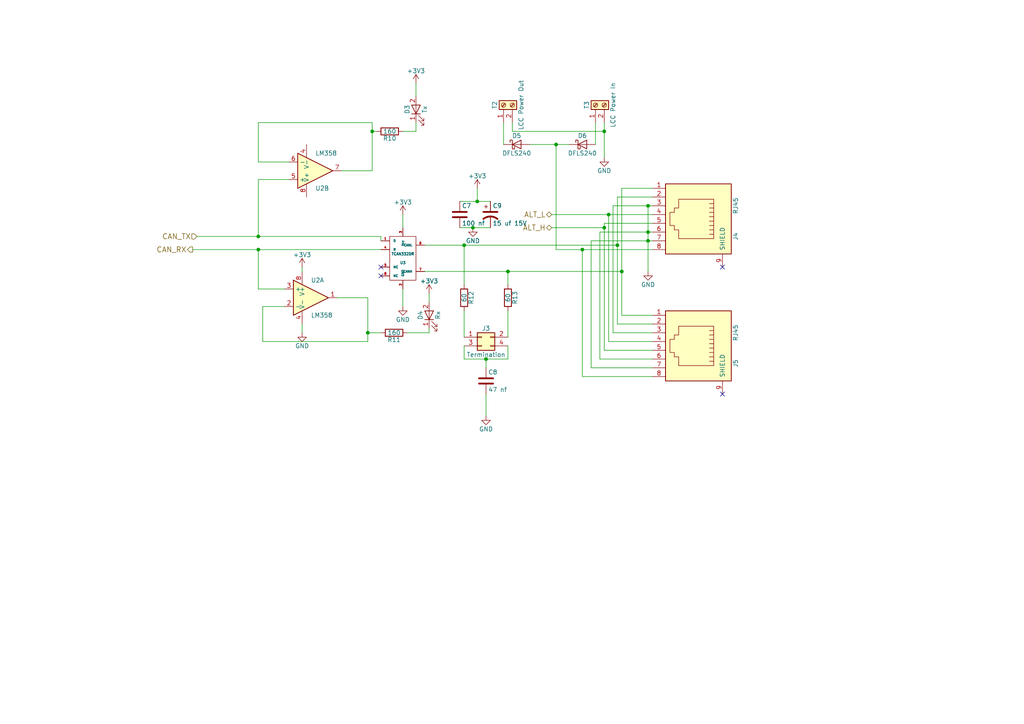
<source format=kicad_sch>
(kicad_sch (version 20211123) (generator eeschema)
  (paper "A4")
  (title_block (title "Pocket Beagle DCC Command Station (SMD version)") (date "2021-04-09") (rev "A") (company "Deepwoods Software") (comment 1 "CAN Transceiver"))
  (lib_symbols
    (symbol "PocketBeagleCommandStation_SMD-rescue:+3.3V" (power) (pin_names (offset 0))
      (property "Value" "+3.3V" (at 0 3.556 0))
      (symbol "+3.3V_0_1"
        (polyline (pts (xy -0.762 1.27) (xy 0 2.54)))
        (polyline (pts (xy 0 0) (xy 0 2.54)))
        (polyline (pts (xy 0 2.54) (xy 0.762 1.27)))
      )
      (symbol "+3.3V_1_1"
        (pin power_in line (at 0 0 90) (length 0) hide (name "+3V3") (number "1"))
      )
    )
    (symbol "PocketBeagleCommandStation_SMD-rescue:C" (pin_numbers hide) (pin_names (offset 0.254))
      (property "Reference" "C" (at 0.635 2.54 0))
      (property "Value" "C" (at 0.635 -2.54 0))
      (symbol "C_0_1"
        (polyline (pts (xy -2.032 -0.762) (xy 2.032 -0.762)) (stroke (width 0.508)))
        (polyline (pts (xy -2.032 0.762) (xy 2.032 0.762)) (stroke (width 0.508)))
      )
      (symbol "C_1_1"
        (pin passive line (at 0 3.81 270) (length 2.794) (name "~") (number "1"))
        (pin passive line (at 0 -3.81 90) (length 2.794) (name "~") (number "2"))
      )
    )
    (symbol "PocketBeagleCommandStation_SMD-rescue:CP1" (pin_numbers hide) (pin_names (offset 0.254) hide)
      (property "Reference" "C" (at 0.635 2.54 0))
      (property "Value" "CP1" (at 0.635 -2.54 0))
      (symbol "CP1_0_1"
        (polyline (pts (xy -2.032 0.762) (xy 2.032 0.762)) (stroke (width 0.508)))
        (polyline (pts (xy -1.778 2.286) (xy -0.762 2.286)))
        (polyline (pts (xy -1.27 1.778) (xy -1.27 2.794)))
        (arc (start 2.032 -1.27) (mid 0 -0.5572) (end -2.032 -1.27) (stroke (width 0.508)))
      )
      (symbol "CP1_1_1"
        (pin passive line (at 0 3.81 270) (length 2.794) (name "~") (number "1"))
        (pin passive line (at 0 -3.81 90) (length 3.302) (name "~") (number "2"))
      )
    )
    (symbol "PocketBeagleCommandStation_SMD-rescue:Conn_02x02_Odd_Even" (pin_names (offset 1.016) hide)
      (property "Reference" "J" (at 1.27 2.54 0))
      (property "Value" "Conn_02x02_Odd_Even" (at 1.27 -5.08 0))
      (symbol "Conn_02x02_Odd_Even_1_1"
        (rectangle (start -1.27 -2.413) (end 0 -2.667) (stroke (width 0.1524)))
        (rectangle (start -1.27 0.127) (end 0 -0.127) (stroke (width 0.1524)))
        (rectangle (start -1.27 1.27) (end 3.81 -3.81) (stroke (width 0.254)) (fill (type background)))
        (rectangle (start 3.81 -2.413) (end 2.54 -2.667) (stroke (width 0.1524)))
        (rectangle (start 3.81 0.127) (end 2.54 -0.127) (stroke (width 0.1524)))
        (pin passive line (at -5.08 0 0) (length 3.81) (name "Pin_1") (number "1"))
        (pin passive line (at 7.62 0 180) (length 3.81) (name "Pin_2") (number "2"))
        (pin passive line (at -5.08 -2.54 0) (length 3.81) (name "Pin_3") (number "3"))
        (pin passive line (at 7.62 -2.54 180) (length 3.81) (name "Pin_4") (number "4"))
      )
    )
    (symbol "PocketBeagleCommandStation_SMD-rescue:D_Schottky" (pin_numbers hide) (pin_names (offset 1.016) hide)
      (property "Reference" "D" (at 0 2.54 0))
      (property "Value" "D_Schottky" (at 0 -2.54 0))
      (symbol "D_Schottky_0_1"
        (polyline (pts (xy 1.27 0) (xy -1.27 0)))
        (polyline (pts (xy 1.27 1.27) (xy 1.27 -1.27) (xy -1.27 0) (xy 1.27 1.27)) (stroke (width 0.2032)))
        (polyline (pts (xy -1.905 0.635) (xy -1.905 1.27) (xy -1.27 1.27) (xy -1.27 -1.27) (xy -0.635 -1.27) (xy -0.635 -0.635)) (stroke (width 0.2032)))
      )
      (symbol "D_Schottky_1_1"
        (pin passive line (at -3.81 0 0) (length 2.54) (name "K") (number "1"))
        (pin passive line (at 3.81 0 180) (length 2.54) (name "A") (number "2"))
      )
    )
    (symbol "PocketBeagleCommandStation_SMD-rescue:GND" (power) (pin_names (offset 0))
      (property "Value" "GND" (at 0 -3.81 0))
      (symbol "GND_0_1"
        (polyline (pts (xy 0 0) (xy 0 -1.27) (xy 1.27 -1.27) (xy 0 -2.54) (xy -1.27 -1.27) (xy 0 -1.27)))
      )
      (symbol "GND_1_1"
        (pin power_in line (at 0 0 270) (length 0) hide (name "GND") (number "1"))
      )
    )
    (symbol "PocketBeagleCommandStation_SMD-rescue:LED" (pin_names (offset 1.016) hide)
      (property "Reference" "D" (at 0 2.54 0))
      (property "Value" "LED" (at 0 -2.54 0))
      (symbol "LED_0_1"
        (polyline (pts (xy -1.27 -1.27) (xy -1.27 1.27)) (stroke (width 0.2032)))
        (polyline (pts (xy -1.27 0) (xy 1.27 0)))
        (polyline (pts (xy 1.27 -1.27) (xy 1.27 1.27) (xy -1.27 0) (xy 1.27 -1.27)) (stroke (width 0.2032)))
        (polyline (pts (xy -3.048 -0.762) (xy -4.572 -2.286) (xy -3.81 -2.286) (xy -4.572 -2.286) (xy -4.572 -1.524)))
        (polyline (pts (xy -1.778 -0.762) (xy -3.302 -2.286) (xy -2.54 -2.286) (xy -3.302 -2.286) (xy -3.302 -1.524)))
      )
      (symbol "LED_1_1"
        (pin passive line (at -3.81 0 0) (length 2.54) (name "K") (number "1"))
        (pin passive line (at 3.81 0 180) (length 2.54) (name "A") (number "2"))
      )
    )
    (symbol "PocketBeagleCommandStation_SMD-rescue:LM358"
      (property "Reference" "U" (at 0 5.08 0))
      (property "Value" "LM358" (at 0 -5.08 0))
      (symbol "LM358_0_1"
        (polyline (pts (xy -5.08 5.08) (xy 5.08 0) (xy -5.08 -5.08) (xy -5.08 5.08)) (stroke (width 0.254)) (fill (type background)))
        (pin power_in line (at -2.54 -7.62 90) (length 3.81) (name "V-") (number "4"))
        (pin power_in line (at -2.54 7.62 270) (length 3.81) (name "V+") (number "8"))
      )
      (symbol "LM358_1_1"
        (pin output line (at 7.62 0 180) (length 2.54) (name "~") (number "1"))
        (pin input line (at -7.62 -2.54 0) (length 2.54) (name "-") (number "2"))
        (pin input line (at -7.62 2.54 0) (length 2.54) (name "+") (number "3"))
      )
      (symbol "LM358_2_1"
        (pin input line (at -7.62 2.54 0) (length 2.54) (name "+") (number "5"))
        (pin input line (at -7.62 -2.54 0) (length 2.54) (name "-") (number "6"))
        (pin output line (at 7.62 0 180) (length 2.54) (name "~") (number "7"))
      )
    )
    (symbol "PocketBeagleCommandStation_SMD-rescue:R" (pin_numbers hide) (pin_names (offset 0))
      (property "Reference" "R" (at 2.032 0 90))
      (property "Value" "R" (at 0 0 90))
      (symbol "R_0_1"
        (rectangle (start -1.016 -2.54) (end 1.016 2.54) (stroke (width 0.254)))
      )
      (symbol "R_1_1"
        (pin passive line (at 0 3.81 270) (length 1.27) (name "~") (number "1"))
        (pin passive line (at 0 -3.81 90) (length 1.27) (name "~") (number "2"))
      )
    )
    (symbol "PocketBeagleCommandStation_SMD-rescue:RJ45" (pin_names (offset 1.016))
      (property "Reference" "J" (at 5.08 12.7 0))
      (property "Value" "RJ45" (at -3.81 12.7 0))
      (symbol "RJ45_0_1"
        (rectangle (start -10.16 -7.62) (end 10.16 11.43) (stroke (width 0.254)) (fill (type background)))
        (polyline (pts (xy -4.445 5.08) (xy -4.445 6.35) (xy -4.445 6.35)))
        (polyline (pts (xy -3.175 6.35) (xy -3.175 5.08) (xy -3.175 5.08)))
        (polyline (pts (xy -1.905 6.35) (xy -1.905 5.08) (xy -1.905 5.08)))
        (polyline (pts (xy -0.635 6.35) (xy -0.635 5.08) (xy -0.635 5.08)))
        (polyline (pts (xy 0.635 6.35) (xy 0.635 5.08) (xy 0.635 5.08)))
        (polyline (pts (xy 1.905 6.35) (xy 1.905 5.08) (xy 1.905 5.08)))
        (polyline (pts (xy 3.175 5.08) (xy 3.175 6.35) (xy 3.175 6.35)))
        (polyline (pts (xy 4.445 5.08) (xy 4.445 6.35) (xy 4.445 6.35)))
        (polyline (pts (xy -5.715 6.35) (xy 5.715 6.35) (xy 5.715 -3.81) (xy 3.175 -3.81) (xy 3.175 -5.08) (xy 1.905 -5.08) (xy 1.905 -6.35) (xy -1.905 -6.35) (xy -1.905 -5.08) (xy -3.175 -5.08) (xy -3.175 -3.81) (xy -5.715 -3.81) (xy -5.715 6.35) (xy -5.715 6.35)))
      )
      (symbol "RJ45_1_1"
        (pin passive line (at -8.89 -11.43 90) (length 3.81) (name "~") (number "1"))
        (pin passive line (at -6.35 -11.43 90) (length 3.81) (name "~") (number "2"))
        (pin passive line (at -3.81 -11.43 90) (length 3.81) (name "~") (number "3"))
        (pin passive line (at -1.27 -11.43 90) (length 3.81) (name "~") (number "4"))
        (pin passive line (at 1.27 -11.43 90) (length 3.81) (name "~") (number "5"))
        (pin passive line (at 3.81 -11.43 90) (length 3.81) (name "~") (number "6"))
        (pin passive line (at 6.35 -11.43 90) (length 3.81) (name "~") (number "7"))
        (pin passive line (at 8.89 -11.43 90) (length 3.81) (name "~") (number "8"))
        (pin passive line (at 13.97 8.89 180) (length 3.81) (name "SHIELD") (number "9"))
      )
    )
    (symbol "PocketBeagleCommandStation_SMD-rescue:Screw_Terminal_01x02" (pin_names (offset 1.016) hide)
      (property "Reference" "J" (at 0 2.54 0))
      (property "Value" "Screw_Terminal_01x02" (at 0 -5.08 0))
      (symbol "Screw_Terminal_01x02_1_1"
        (rectangle (start -1.27 1.27) (end 1.27 -3.81) (stroke (width 0.254)) (fill (type background)))
        (circle (center 0 -2.54) (radius 0.635) (stroke (width 0.1524)))
        (polyline (pts (xy -0.5334 -2.2098) (xy 0.3302 -3.048)) (stroke (width 0.1524)))
        (polyline (pts (xy -0.5334 0.3302) (xy 0.3302 -0.508)) (stroke (width 0.1524)))
        (polyline (pts (xy -0.3556 -2.032) (xy 0.508 -2.8702)) (stroke (width 0.1524)))
        (polyline (pts (xy -0.3556 0.508) (xy 0.508 -0.3302)) (stroke (width 0.1524)))
        (circle (center 0 0) (radius 0.635) (stroke (width 0.1524)))
        (pin passive line (at -5.08 0 0) (length 3.81) (name "Pin_1") (number "1"))
        (pin passive line (at -5.08 -2.54 0) (length 3.81) (name "Pin_2") (number "2"))
      )
    )
    (symbol "PocketBeagleCommandStation_SMD-rescue:TCAN332DR" (pin_names (offset 1.016))
      (property "Reference" "U" (at 0 -1.27 0))
      (property "Value" "TCAN332DR" (at 0 1.27 0))
      (symbol "TCAN332DR_0_1"
        (rectangle (start -3.81 6.35) (end 3.81 -6.35))
      )
      (symbol "TCAN332DR_1_1"
        (pin input line (at -6.35 5.08 0) (length 2.54) (name "D") (number "1"))
        (pin power_in line (at 0 -8.89 90) (length 2.54) (name "GND") (number "2"))
        (pin power_in line (at 0 8.89 270) (length 2.54) (name "Vcc") (number "3"))
        (pin output line (at -6.35 2.54 0) (length 2.54) (name "R") (number "4"))
        (pin input line (at -6.35 -2.54 0) (length 2.54) (name "NC") (number "5"))
        (pin bidirectional line (at 6.35 3.81 180) (length 2.54) (name "CANL") (number "6"))
        (pin bidirectional line (at 6.35 -3.81 180) (length 2.54) (name "CANH") (number "7"))
        (pin input line (at -6.35 -5.08 0) (length 2.54) (name "NC") (number "8"))
      )
    )
  )
  (junction (at 187.96 69.85))
  (junction (at 168.91 72.39))
  (junction (at 176.53 62.23))
  (junction (at 74.93 72.39))
  (junction (at 74.93 68.58))
  (junction (at 161.29 41.91))
  (junction (at 187.96 59.69))
  (junction (at 175.26 38.1))
  (junction (at 179.07 71.12))
  (junction (at 107.95 38.1))
  (junction (at 180.34 78.74))
  (junction (at 138.43 58.42))
  (junction (at 140.97 104.14))
  (junction (at 134.62 71.12))
  (junction (at 175.26 66.04))
  (junction (at 137.16 66.04))
  (junction (at 106.68 96.52))
  (junction (at 147.32 78.74))
  (junction (at 187.96 67.31))
  (no_connect (at 110.49 77.47))
  (no_connect (at 209.55 114.3))
  (no_connect (at 209.55 77.47))
  (no_connect (at 110.49 80.01))
  (wire (pts (xy 138.43 54.61) (xy 138.43 58.42)))
  (wire (pts (xy 175.26 64.77) (xy 189.23 64.77)))
  (wire (pts (xy 147.32 82.55) (xy 147.32 78.74)))
  (wire (pts (xy 161.29 72.39) (xy 161.29 41.91)))
  (wire (pts (xy 120.65 35.56) (xy 120.65 38.1)))
  (wire (pts (xy 106.68 86.36) (xy 97.79 86.36)))
  (wire (pts (xy 147.32 78.74) (xy 180.34 78.74)))
  (wire (pts (xy 57.15 68.58) (xy 74.93 68.58)))
  (wire (pts (xy 187.96 59.69) (xy 187.96 67.31)))
  (wire (pts (xy 83.82 52.07) (xy 74.93 52.07)))
  (wire (pts (xy 168.91 109.22) (xy 168.91 72.39)))
  (wire (pts (xy 82.55 88.9) (xy 76.2 88.9)))
  (wire (pts (xy 179.07 57.15) (xy 189.23 57.15)))
  (wire (pts (xy 168.91 109.22) (xy 189.23 109.22)))
  (wire (pts (xy 138.43 58.42) (xy 142.24 58.42)))
  (wire (pts (xy 171.45 69.85) (xy 187.96 69.85)))
  (wire (pts (xy 116.84 62.23) (xy 116.84 66.04)))
  (wire (pts (xy 189.23 104.14) (xy 173.99 104.14)))
  (wire (pts (xy 175.26 35.56) (xy 175.26 38.1)))
  (wire (pts (xy 147.32 104.14) (xy 147.32 100.33)))
  (wire (pts (xy 180.34 91.44) (xy 189.23 91.44)))
  (wire (pts (xy 148.59 35.56) (xy 148.59 38.1)))
  (wire (pts (xy 134.62 104.14) (xy 140.97 104.14)))
  (wire (pts (xy 189.23 96.52) (xy 177.8 96.52)))
  (wire (pts (xy 82.55 83.82) (xy 74.93 83.82)))
  (wire (pts (xy 76.2 88.9) (xy 76.2 99.06)))
  (wire (pts (xy 173.99 67.31) (xy 187.96 67.31)))
  (wire (pts (xy 160.02 62.23) (xy 176.53 62.23)))
  (wire (pts (xy 175.26 38.1) (xy 175.26 45.72)))
  (wire (pts (xy 187.96 69.85) (xy 189.23 69.85)))
  (wire (pts (xy 74.93 72.39) (xy 110.49 72.39)))
  (wire (pts (xy 134.62 90.17) (xy 134.62 97.79)))
  (wire (pts (xy 106.68 99.06) (xy 106.68 96.52)))
  (wire (pts (xy 107.95 49.53) (xy 99.06 49.53)))
  (wire (pts (xy 137.16 66.04) (xy 142.24 66.04)))
  (wire (pts (xy 83.82 46.99) (xy 74.93 46.99)))
  (wire (pts (xy 74.93 83.82) (xy 74.93 72.39)))
  (wire (pts (xy 140.97 106.68) (xy 140.97 104.14)))
  (wire (pts (xy 74.93 35.56) (xy 107.95 35.56)))
  (wire (pts (xy 180.34 78.74) (xy 180.34 91.44)))
  (wire (pts (xy 120.65 38.1) (xy 116.84 38.1)))
  (wire (pts (xy 55.88 72.39) (xy 74.93 72.39)))
  (wire (pts (xy 177.8 59.69) (xy 187.96 59.69)))
  (wire (pts (xy 179.07 71.12) (xy 179.07 93.98)))
  (wire (pts (xy 124.46 96.52) (xy 118.11 96.52)))
  (wire (pts (xy 124.46 85.09) (xy 124.46 87.63)))
  (wire (pts (xy 161.29 72.39) (xy 168.91 72.39)))
  (wire (pts (xy 168.91 72.39) (xy 189.23 72.39)))
  (wire (pts (xy 176.53 62.23) (xy 189.23 62.23)))
  (wire (pts (xy 123.19 78.74) (xy 147.32 78.74)))
  (wire (pts (xy 87.63 77.47) (xy 87.63 78.74)))
  (wire (pts (xy 146.05 41.91) (xy 146.05 35.56)))
  (wire (pts (xy 116.84 83.82) (xy 116.84 88.9)))
  (wire (pts (xy 134.62 71.12) (xy 179.07 71.12)))
  (wire (pts (xy 133.35 58.42) (xy 138.43 58.42)))
  (wire (pts (xy 187.96 67.31) (xy 189.23 67.31)))
  (wire (pts (xy 110.49 68.58) (xy 110.49 69.85)))
  (wire (pts (xy 76.2 99.06) (xy 106.68 99.06)))
  (wire (pts (xy 153.67 41.91) (xy 161.29 41.91)))
  (wire (pts (xy 148.59 38.1) (xy 175.26 38.1)))
  (wire (pts (xy 179.07 57.15) (xy 179.07 71.12)))
  (wire (pts (xy 180.34 54.61) (xy 180.34 78.74)))
  (wire (pts (xy 140.97 104.14) (xy 147.32 104.14)))
  (wire (pts (xy 175.26 64.77) (xy 175.26 66.04)))
  (wire (pts (xy 140.97 120.65) (xy 140.97 114.3)))
  (wire (pts (xy 189.23 106.68) (xy 171.45 106.68)))
  (wire (pts (xy 179.07 93.98) (xy 189.23 93.98)))
  (wire (pts (xy 74.93 46.99) (xy 74.93 35.56)))
  (wire (pts (xy 120.65 24.13) (xy 120.65 27.94)))
  (wire (pts (xy 161.29 41.91) (xy 165.1 41.91)))
  (wire (pts (xy 107.95 38.1) (xy 107.95 49.53)))
  (wire (pts (xy 74.93 52.07) (xy 74.93 68.58)))
  (wire (pts (xy 134.62 82.55) (xy 134.62 71.12)))
  (wire (pts (xy 180.34 54.61) (xy 189.23 54.61)))
  (wire (pts (xy 106.68 96.52) (xy 106.68 86.36)))
  (wire (pts (xy 87.63 93.98) (xy 87.63 96.52)))
  (wire (pts (xy 107.95 35.56) (xy 107.95 38.1)))
  (wire (pts (xy 147.32 90.17) (xy 147.32 97.79)))
  (wire (pts (xy 160.02 66.04) (xy 175.26 66.04)))
  (wire (pts (xy 172.72 35.56) (xy 172.72 41.91)))
  (wire (pts (xy 187.96 67.31) (xy 187.96 69.85)))
  (wire (pts (xy 109.22 38.1) (xy 107.95 38.1)))
  (wire (pts (xy 187.96 69.85) (xy 187.96 78.74)))
  (wire (pts (xy 177.8 96.52) (xy 177.8 59.69)))
  (wire (pts (xy 123.19 71.12) (xy 134.62 71.12)))
  (wire (pts (xy 110.49 96.52) (xy 106.68 96.52)))
  (wire (pts (xy 133.35 66.04) (xy 137.16 66.04)))
  (wire (pts (xy 134.62 100.33) (xy 134.62 104.14)))
  (wire (pts (xy 176.53 99.06) (xy 176.53 62.23)))
  (wire (pts (xy 175.26 66.04) (xy 175.26 101.6)))
  (wire (pts (xy 171.45 106.68) (xy 171.45 69.85)))
  (wire (pts (xy 124.46 95.25) (xy 124.46 96.52)))
  (wire (pts (xy 189.23 99.06) (xy 176.53 99.06)))
  (wire (pts (xy 175.26 101.6) (xy 189.23 101.6)))
  (wire (pts (xy 187.96 59.69) (xy 189.23 59.69)))
  (wire (pts (xy 173.99 104.14) (xy 173.99 67.31)))
  (wire (pts (xy 74.93 68.58) (xy 110.49 68.58)))
  (hierarchical_label "CAN_RX" (shape output) (at 55.88 72.39 180) (effects (font (size 1.524 1.524))))
  (hierarchical_label "CAN_TX" (shape input) (at 57.15 68.58 180) (effects (font (size 1.524 1.524))))
  (hierarchical_label "ALT_L" (shape bidirectional) (at 160.02 62.23 180) (effects (font (size 1.524 1.524))))
  (hierarchical_label "ALT_H" (shape bidirectional) (at 160.02 66.04 180) (effects (font (size 1.524 1.524))))
  (symbol (lib_id "PocketBeagleCommandStation_SMD-rescue:TCAN332DR") (at 116.84 74.93 0) (unit 1)
    (property "Reference" "U3" (at 116.84 76.2 0) (effects (font (size 0.762 0.762))))
    (property "Value" "TCAN332DR" (at 116.84 73.66 0) (effects (font (size 0.762 0.762))))
    (property "Footprint" "Package_SO:SOIC-8_3.9x4.9mm_P1.27mm" (effects hide))
    (property "Mouser Part Number" "595-TCAN332DR" (effects hide))
    (property "LCSC" "C73651" (effects hide))
    (property "MPN" "Texas Instruments TCAN332DR" (effects hide))
  )
  (symbol (lib_id "PocketBeagleCommandStation_SMD-rescue:RJ45") (at 200.66 100.33 270) (unit 1) (in_bom no)
    (property "Reference" "J5" (at 213.36 105.41 0))
    (property "Value" "RJ45" (at 213.36 96.52 0))
    (property "Footprint" "Connector_RJ:RJ45_Amphenol_54602-x08_Horizontal" (effects hide))
    (property "Mouser Part Number" "710-615008144221" (effects hide))
  )
  (symbol (lib_id "PocketBeagleCommandStation_SMD-rescue:RJ45") (at 200.66 63.5 270) (unit 1) (in_bom no)
    (property "Reference" "J4" (at 213.36 68.58 0))
    (property "Value" "RJ45" (at 213.36 59.69 0))
    (property "Footprint" "Connector_RJ:RJ45_Amphenol_54602-x08_Horizontal" (effects hide))
    (property "Mouser Part Number" "710-615008144221" (effects hide))
  )
  (symbol (lib_id "PocketBeagleCommandStation_SMD-rescue:+3.3V") (at 116.84 62.23 0) (unit 1)
    (property "Reference" "#PWR029" (effects hide))
    (property "Value" "+3.3V" (at 116.84 58.674 0))
  )
  (symbol (lib_id "PocketBeagleCommandStation_SMD-rescue:GND") (at 116.84 88.9 0) (unit 1)
    (property "Reference" "#PWR030" (effects hide))
    (property "Value" "GND" (at 116.84 92.71 0))
  )
  (symbol (lib_id "PocketBeagleCommandStation_SMD-rescue:GND") (at 187.96 78.74 0) (unit 1)
    (property "Reference" "#PWR031" (effects hide))
    (property "Value" "GND" (at 187.96 82.55 0))
  )
  (symbol (lib_id "PocketBeagleCommandStation_SMD-rescue:C") (at 133.35 62.23 0) (unit 1)
    (property "Reference" "C7" (at 133.985 59.69 0) (effects (justify left)))
    (property "Value" "100 nf" (at 133.985 64.77 0) (effects (justify left)))
    (property "Footprint" "Capacitor_SMD:C_0603_1608Metric" (effects hide))
    (property "Mouser Part Number" "603-CC603KPX7R9BB104" (effects hide))
    (property "LCSC" "C115050" (effects hide))
    (property "MPN" "YAGEO CC0603KPX7R9BB104" (effects hide))
  )
  (symbol (lib_id "PocketBeagleCommandStation_SMD-rescue:CP1") (at 142.24 62.23 0) (unit 1)
    (property "Reference" "C9" (at 142.875 59.69 0) (effects (justify left)))
    (property "Value" "15 uf 15V" (at 142.875 64.77 0) (effects (justify left)))
    (property "Footprint" "Capacitor_SMD:CP_Elec_4x5.8" (effects hide))
    (property "Mouser Part Number" "647-UUD1C150MCL" (effects hide))
    (property "LCSC" "C2163057" (effects hide))
    (property "MPN" "Nichicon UUD1C150MCL1GS" (effects hide))
  )
  (symbol (lib_id "PocketBeagleCommandStation_SMD-rescue:Conn_02x02_Odd_Even") (at 139.7 97.79 0) (unit 1) (in_bom no)
    (property "Reference" "J3" (at 140.97 95.25 0))
    (property "Value" "Termination" (at 140.97 102.87 0))
    (property "Footprint" "Connector_PinHeader_2.54mm:PinHeader_2x02_P2.54mm_Vertical" (effects hide))
    (property "Mouser Part Number" "538-90131-0122 " (effects hide))
  )
  (symbol (lib_id "PocketBeagleCommandStation_SMD-rescue:R") (at 134.62 86.36 0) (unit 1)
    (property "Reference" "R12" (at 136.652 86.36 90))
    (property "Value" "60" (at 134.62 86.36 90))
    (property "Footprint" "Resistor_SMD:R_0603_1608Metric" (effects hide))
    (property "Mouser Part Number" "72-P0603C60R0BNTA" (effects hide))
    (property "LCSC" "C166918" (effects hide))
    (property "MPN" "RALEC RTT0360R0FTP" (effects hide))
  )
  (symbol (lib_id "PocketBeagleCommandStation_SMD-rescue:R") (at 147.32 86.36 0) (unit 1)
    (property "Reference" "R13" (at 149.352 86.36 90))
    (property "Value" "60" (at 147.32 86.36 90))
    (property "Footprint" "Resistor_SMD:R_0603_1608Metric" (effects hide))
    (property "Mouser Part Number" "72-P0603C60R0BNTA" (effects hide))
    (property "LCSC" "C166918" (effects hide))
    (property "MPN" "RALEC RTT0360R0FTP" (effects hide))
  )
  (symbol (lib_id "PocketBeagleCommandStation_SMD-rescue:C") (at 140.97 110.49 0) (unit 1)
    (property "Reference" "C8" (at 141.605 107.95 0) (effects (justify left)))
    (property "Value" "47 nf" (at 141.605 113.03 0) (effects (justify left)))
    (property "Footprint" "Capacitor_SMD:C_0603_1608Metric" (effects hide))
    (property "Mouser Part Number" "963-GMK107BJ473KAHT" (effects hide))
    (property "LCSC" "C651012" (effects hide))
    (property "MPN" "Taiyo Yuden GMK107BJ473KAHT" (effects hide))
  )
  (symbol (lib_id "PocketBeagleCommandStation_SMD-rescue:GND") (at 140.97 120.65 0) (unit 1)
    (property "Reference" "#PWR032" (effects hide))
    (property "Value" "GND" (at 140.97 124.46 0))
  )
  (symbol (lib_id "PocketBeagleCommandStation_SMD-rescue:+3.3V") (at 138.43 54.61 0) (unit 1)
    (property "Reference" "#PWR033" (effects hide))
    (property "Value" "+3.3V" (at 138.43 51.054 0))
  )
  (symbol (lib_id "PocketBeagleCommandStation_SMD-rescue:GND") (at 137.16 66.04 0) (unit 1)
    (property "Reference" "#PWR034" (effects hide))
    (property "Value" "GND" (at 137.16 69.85 0))
  )
  (symbol (lib_id "PocketBeagleCommandStation_SMD-rescue:Screw_Terminal_01x02") (at 146.05 30.48 90) (unit 1) (in_bom no)
    (property "Reference" "T2" (at 143.51 30.48 0))
    (property "Value" "LCC Power Out" (at 151.13 30.48 0))
    (property "Footprint" "TerminalBlock_TE-Connectivity:TerminalBlock_TE_282834-2_1x02_P2.54mm_Horizontal" (effects hide))
    (property "Mouser Part Number" "651-1725656" (effects hide))
  )
  (symbol (lib_id "PocketBeagleCommandStation_SMD-rescue:Screw_Terminal_01x02") (at 172.72 30.48 90) (unit 1) (in_bom no)
    (property "Reference" "T3" (at 170.18 30.48 0))
    (property "Value" "LCC Power In" (at 177.8 30.48 0))
    (property "Footprint" "TerminalBlock_TE-Connectivity:TerminalBlock_TE_282834-2_1x02_P2.54mm_Horizontal" (effects hide))
    (property "Mouser Part Number" "651-1725656" (effects hide))
  )
  (symbol (lib_id "PocketBeagleCommandStation_SMD-rescue:D_Schottky") (at 149.86 41.91 0) (unit 1)
    (property "Reference" "D5" (at 149.86 39.37 0))
    (property "Value" "DFLS240" (at 149.86 44.45 0))
    (property "Footprint" "Diode_SMD:D_PowerDI-123" (effects hide))
    (property "Mouser Part Number" "621-DFLS240-7" (effects hide))
    (property "LCSC" "C5380706" (effects hide))
    (property "MPN" "FUXINSEMI DFLS240L" (effects hide))
  )
  (symbol (lib_id "PocketBeagleCommandStation_SMD-rescue:D_Schottky") (at 168.91 41.91 0) (unit 1)
    (property "Reference" "D6" (at 168.91 39.37 0))
    (property "Value" "DFLS240" (at 168.91 44.45 0))
    (property "Footprint" "Diode_SMD:D_PowerDI-123" (effects hide))
    (property "Mouser Part Number" "621-DFLS240-7" (effects hide))
    (property "LCSC" "C5380706" (effects hide))
    (property "MPN" "FUXINSEMI DFLS240L" (effects hide))
  )
  (symbol (lib_id "PocketBeagleCommandStation_SMD-rescue:GND") (at 175.26 45.72 0) (unit 1)
    (property "Reference" "#PWR035" (effects hide))
    (property "Value" "GND" (at 175.26 49.53 0))
  )
  (symbol (lib_id "PocketBeagleCommandStation_SMD-rescue:LM358") (at 91.44 49.53 0) (mirror x) (unit 2)
    (property "Reference" "U2" (at 91.44 54.61 0) (effects (justify left)))
    (property "Value" "LM358" (at 91.44 44.45 0) (effects (justify left)))
    (property "Footprint" "Package_SO:SOIC-8_3.9x4.9mm_P1.27mm" (effects hide))
    (property "Mouser Part Number" "595-LM358BIDR" (effects hide))
    (property "LCSC" "C6851438" (effects hide))
    (property "MPN" "HXY MOSFET LM358" (effects hide))
  )
  (symbol (lib_id "PocketBeagleCommandStation_SMD-rescue:LM358") (at 90.17 86.36 0) (unit 1)
    (property "Reference" "U2" (at 90.17 81.28 0) (effects (justify left)))
    (property "Value" "LM358" (at 90.17 91.44 0) (effects (justify left)))
    (property "Footprint" "Package_SO:SOIC-8_3.9x4.9mm_P1.27mm" (effects hide))
  )
  (symbol (lib_id "PocketBeagleCommandStation_SMD-rescue:GND") (at 87.63 96.52 0) (unit 1)
    (property "Reference" "#PWR036" (effects hide))
    (property "Value" "GND" (at 87.63 100.33 0))
  )
  (symbol (lib_id "PocketBeagleCommandStation_SMD-rescue:+3.3V") (at 87.63 77.47 0) (unit 1)
    (property "Reference" "#PWR037" (effects hide))
    (property "Value" "+3.3V" (at 87.63 73.914 0))
  )
  (symbol (lib_id "PocketBeagleCommandStation_SMD-rescue:R") (at 113.03 38.1 270) (unit 1)
    (property "Reference" "R10" (at 113.03 40.132 90))
    (property "Value" "160" (at 113.03 38.1 90))
    (property "Footprint" "Resistor_SMD:R_0603_1608Metric" (effects hide))
    (property "Mouser Part Number" "603-AC0603JR-07160RL" (effects hide))
    (property "LCSC" "C228133" (effects hide))
    (property "MPN" "YAGEO AC0603JR-07160RL" (effects hide))
  )
  (symbol (lib_id "PocketBeagleCommandStation_SMD-rescue:R") (at 114.3 96.52 270) (unit 1)
    (property "Reference" "R11" (at 114.3 98.552 90))
    (property "Value" "160" (at 114.3 96.52 90))
    (property "Footprint" "Resistor_SMD:R_0603_1608Metric" (effects hide))
    (property "Mouser Part Number" "603-AC0603JR-07160RL" (effects hide))
    (property "LCSC" "C228133" (effects hide))
    (property "MPN" "YAGEO AC0603JR-07160RL" (effects hide))
  )
  (symbol (lib_id "PocketBeagleCommandStation_SMD-rescue:LED") (at 120.65 31.75 90) (unit 1)
    (property "Reference" "D3" (at 118.11 31.75 0))
    (property "Value" "Tx" (at 123.19 31.75 0))
    (property "Footprint" "LED_SMD:LED_0603_1608Metric" (effects hide))
    (property "Mouser Part Number" "710-150060SS75000" (effects hide))
    (property "LCSC" "C253533" (effects hide))
    (property "MPN" "ROHM Semicon SML-D12V1WT86" (effects hide))
  )
  (symbol (lib_id "PocketBeagleCommandStation_SMD-rescue:LED") (at 124.46 91.44 90) (unit 1)
    (property "Reference" "D4" (at 121.92 91.44 0))
    (property "Value" "Rx" (at 127 91.44 0))
    (property "Footprint" "LED_SMD:LED_0603_1608Metric" (effects hide))
    (property "Mouser Part Number" "710-150060YS75000" (effects hide))
    (property "LCSC" "C2840179" (effects hide))
    (property "MPN" "ROHM Semicon SML-D12Y8WT86" (effects hide))
  )
  (symbol (lib_id "PocketBeagleCommandStation_SMD-rescue:+3.3V") (at 120.65 24.13 0) (unit 1)
    (property "Reference" "#PWR038" (effects hide))
    (property "Value" "+3.3V" (at 120.65 20.574 0))
  )
  (symbol (lib_id "PocketBeagleCommandStation_SMD-rescue:+3.3V") (at 124.46 85.09 0) (unit 1)
    (property "Reference" "#PWR039" (effects hide))
    (property "Value" "+3.3V" (at 124.46 81.534 0))
  )
)
</source>
